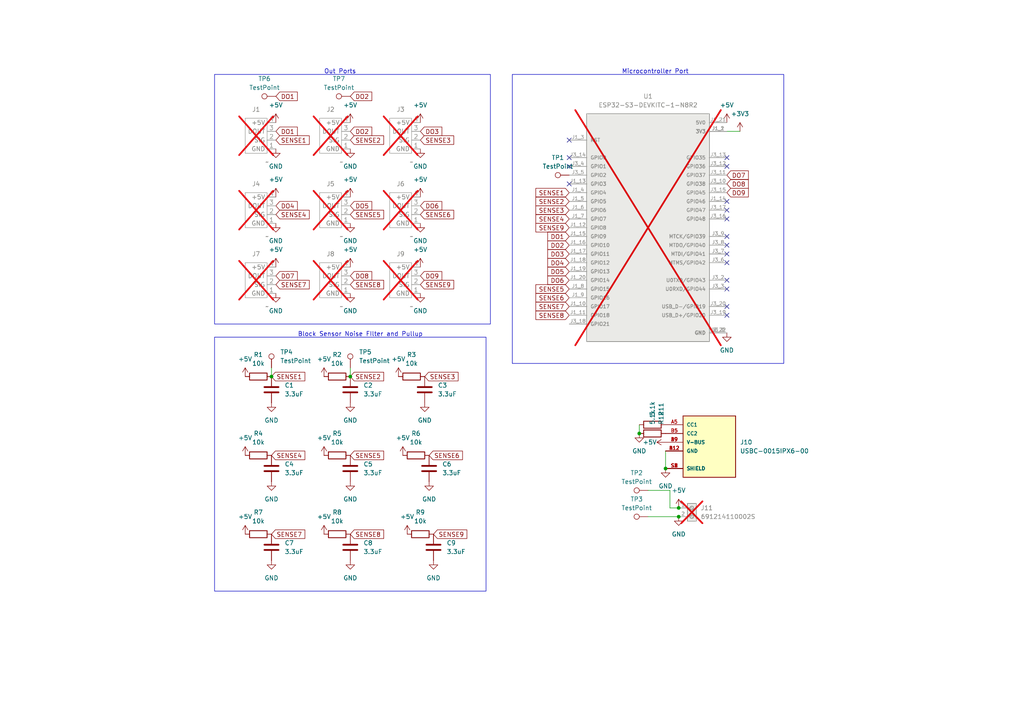
<source format=kicad_sch>
(kicad_sch (version 20231120) (generator "eeschema") (generator_version "8.0")
  (paper "A4")
  (title_block (title "Block Party Main Board") (date "2024-02-10") (rev "1.0") (company "Block Party"))
  (lib_symbols
    (symbol "691214110002S:691214110002S" (pin_names (offset 1.016))
      (property "Reference" "J" (at -4.88 -0.922 0))
      (property "Value" "691214110002S" (at -4.83 -2.58 0))
      (symbol "691214110002S_0_0"
        (rectangle (start -3.81 -2.54) (end 1.27 0) (stroke (width 0.254)) (fill (type background)))
        (circle (center -2.54 -1.27) (radius 0.508) (stroke (width 0.254)))
        (circle (center 0 -1.27) (radius 0.508) (stroke (width 0.254)))
        (polyline (pts (xy -2.54 -1.778) (xy -2.54 -2.54)) (stroke (width 0.254)))
        (polyline (pts (xy -2.286 -1.016) (xy -2.794 -1.524)) (stroke (width 0.1524)))
        (polyline (pts (xy 0 -1.778) (xy 0 -2.54)) (stroke (width 0.254)))
        (polyline (pts (xy 0.254 -1.016) (xy -0.254 -1.524)) (stroke (width 0.1524)))
        (pin passive line (at -2.54 -5.08 90) (length 2.54) (name "~") (number "1"))
        (pin passive line (at 0 -5.08 90) (length 2.54) (name "~") (number "2"))
      )
    )
    (symbol "Connector:TestPoint" (pin_numbers hide) (pin_names (offset 0.762) hide)
      (property "Reference" "TP" (at 0 6.858 0))
      (property "Value" "TestPoint" (at 0 5.08 0))
      (symbol "TestPoint_0_1"
        (circle (center 0 3.302) (radius 0.762))
      )
      (symbol "TestPoint_1_1"
        (pin passive line (at 0 0 90) (length 2.54) (name "1") (number "1"))
      )
    )
    (symbol "Device:C" (pin_numbers hide) (pin_names (offset 0.254))
      (property "Reference" "C" (at 0.635 2.54 0))
      (property "Value" "C" (at 0.635 -2.54 0))
      (symbol "C_0_1"
        (polyline (pts (xy -2.032 -0.762) (xy 2.032 -0.762)) (stroke (width 0.508)))
        (polyline (pts (xy -2.032 0.762) (xy 2.032 0.762)) (stroke (width 0.508)))
      )
      (symbol "C_1_1"
        (pin passive line (at 0 3.81 270) (length 2.794) (name "~") (number "1"))
        (pin passive line (at 0 -3.81 90) (length 2.794) (name "~") (number "2"))
      )
    )
    (symbol "Device:R" (pin_numbers hide) (pin_names (offset 0))
      (property "Reference" "R" (at 2.032 0 90))
      (property "Value" "R" (at 0 0 90))
      (symbol "R_0_1"
        (rectangle (start -1.016 -2.54) (end 1.016 2.54) (stroke (width 0.254)))
      )
      (symbol "R_1_1"
        (pin passive line (at 0 3.81 270) (length 1.27) (name "~") (number "1"))
        (pin passive line (at 0 -3.81 90) (length 1.27) (name "~") (number "2"))
      )
    )
    (symbol "ESP32-S3-DEVKITC-1-N8R2:ESP32-S3-DEVKITC-1-N8R2" (pin_names (offset 1.016))
      (property "Reference" "U" (at -17.78 35.56 0))
      (property "Value" "ESP32-S3-DEVKITC-1-N8R2" (at -17.78 -35.56 0))
      (symbol "ESP32-S3-DEVKITC-1-N8R2_0_0"
        (rectangle (start -17.78 -33.02) (end 17.78 33.02) (stroke (width 0.254)) (fill (type background)))
        (pin power_in line (at 22.86 27.94 180) (length 5.08) (name "3V3") (number "J1_1"))
        (pin bidirectional line (at -22.86 -22.86 0) (length 5.08) (name "GPIO17") (number "J1_10"))
        (pin bidirectional line (at -22.86 -25.4 0) (length 5.08) (name "GPIO18") (number "J1_11"))
        (pin bidirectional line (at -22.86 0 0) (length 5.08) (name "GPIO8") (number "J1_12"))
        (pin bidirectional line (at -22.86 12.7 0) (length 5.08) (name "GPIO3") (number "J1_13"))
        (pin bidirectional line (at 22.86 7.62 180) (length 5.08) (name "GPIO46") (number "J1_14"))
        (pin bidirectional line (at -22.86 -2.54 0) (length 5.08) (name "GPIO9") (number "J1_15"))
        (pin bidirectional line (at -22.86 -5.08 0) (length 5.08) (name "GPIO10") (number "J1_16"))
        (pin bidirectional line (at -22.86 -7.62 0) (length 5.08) (name "GPIO11") (number "J1_17"))
        (pin bidirectional line (at -22.86 -10.16 0) (length 5.08) (name "GPIO12") (number "J1_18"))
        (pin bidirectional line (at -22.86 -12.7 0) (length 5.08) (name "GPIO13") (number "J1_19"))
        (pin power_in line (at 22.86 27.94 180) (length 5.08) (name "3V3") (number "J1_2"))
        (pin bidirectional line (at -22.86 -15.24 0) (length 5.08) (name "GPIO14") (number "J1_20"))
        (pin power_in line (at 22.86 30.48 180) (length 5.08) (name "5V0") (number "J1_21"))
        (pin power_in line (at 22.86 -30.48 180) (length 5.08) (name "GND") (number "J1_22"))
        (pin input line (at -22.86 25.4 0) (length 5.08) (name "RST") (number "J1_3"))
        (pin bidirectional line (at -22.86 10.16 0) (length 5.08) (name "GPIO4") (number "J1_4"))
        (pin bidirectional line (at -22.86 7.62 0) (length 5.08) (name "GPIO5") (number "J1_5"))
        (pin bidirectional line (at -22.86 5.08 0) (length 5.08) (name "GPIO6") (number "J1_6"))
        (pin bidirectional line (at -22.86 2.54 0) (length 5.08) (name "GPIO7") (number "J1_7"))
        (pin bidirectional line (at -22.86 -17.78 0) (length 5.08) (name "GPIO15") (number "J1_8"))
        (pin bidirectional line (at -22.86 -20.32 0) (length 5.08) (name "GPIO16") (number "J1_9"))
        (pin power_in line (at 22.86 -30.48 180) (length 5.08) (name "GND") (number "J3_1"))
        (pin bidirectional line (at 22.86 12.7 180) (length 5.08) (name "GPIO38") (number "J3_10"))
        (pin bidirectional line (at 22.86 15.24 180) (length 5.08) (name "GPIO37") (number "J3_11"))
        (pin bidirectional line (at 22.86 17.78 180) (length 5.08) (name "GPIO36") (number "J3_12"))
        (pin bidirectional line (at 22.86 20.32 180) (length 5.08) (name "GPIO35") (number "J3_13"))
        (pin bidirectional line (at -22.86 20.32 0) (length 5.08) (name "GPIO0") (number "J3_14"))
        (pin bidirectional line (at 22.86 10.16 180) (length 5.08) (name "GPIO45") (number "J3_15"))
        (pin bidirectional line (at 22.86 2.54 180) (length 5.08) (name "GPIO48") (number "J3_16"))
        (pin bidirectional line (at 22.86 5.08 180) (length 5.08) (name "GPIO47") (number "J3_17"))
        (pin bidirectional line (at -22.86 -27.94 0) (length 5.08) (name "GPIO21") (number "J3_18"))
        (pin bidirectional line (at 22.86 -25.4 180) (length 5.08) (name "USB_D+/GPIO20") (number "J3_19"))
        (pin bidirectional line (at 22.86 -15.24 180) (length 5.08) (name "U0TXD/GPIO43") (number "J3_2"))
        (pin bidirectional line (at 22.86 -22.86 180) (length 5.08) (name "USB_D-/GPIO19") (number "J3_20"))
        (pin power_in line (at 22.86 -30.48 180) (length 5.08) (name "GND") (number "J3_21"))
        (pin power_in line (at 22.86 -30.48 180) (length 5.08) (name "GND") (number "J3_22"))
        (pin bidirectional line (at 22.86 -17.78 180) (length 5.08) (name "U0RXD/GPIO44") (number "J3_3"))
        (pin bidirectional line (at -22.86 17.78 0) (length 5.08) (name "GPIO1") (number "J3_4"))
        (pin bidirectional line (at -22.86 15.24 0) (length 5.08) (name "GPIO2") (number "J3_5"))
        (pin bidirectional line (at 22.86 -10.16 180) (length 5.08) (name "MTMS/GPIO42") (number "J3_6"))
        (pin bidirectional line (at 22.86 -7.62 180) (length 5.08) (name "MTDI/GPIO41") (number "J3_7"))
        (pin bidirectional line (at 22.86 -5.08 180) (length 5.08) (name "MTDO/GPIO40") (number "J3_8"))
        (pin bidirectional line (at 22.86 -2.54 180) (length 5.08) (name "MTCK/GPIO39") (number "J3_9"))
      )
    )
    (symbol "Quinn_lib:Top_Block"
      (property "Reference" "J" (at 0 0 0))
      (symbol "Top_Block_0_1"
        (rectangle (start 0 -2.54) (end 6.35 -12.7))
      )
      (symbol "Top_Block_1_1"
        (pin power_out line (at -2.54 -3.81 0) (length 2.54) (name "GND") (number "1"))
        (pin input line (at -2.54 -6.35 0) (length 2.54) (name "SIG") (number "2"))
        (pin output line (at -2.54 -8.89 0) (length 2.54) (name "DOUT") (number "3"))
        (pin power_out line (at -2.54 -11.43 0) (length 2.54) (name "+5V") (number "4"))
      )
    )
    (symbol "UJC-HP-3-SMT-TR:UJC-HP-3-SMT-TR" (pin_names (offset 1.016))
      (property "Reference" "J" (at -7.62 8.89 0))
      (property "Value" "UJC-HP-3-SMT-TR" (at -7.62 -11.43 0))
      (symbol "UJC-HP-3-SMT-TR_0_0"
        (rectangle (start -7.62 -10.16) (end 7.62 7.62) (stroke (width 0.254)) (fill (type background)))
        (pin power_in line (at -12.7 -2.54 0) (length 5.08) (name "GND") (number "A12"))
        (pin bidirectional line (at -12.7 5.08 0) (length 5.08) (name "CC1") (number "A5"))
        (pin power_in line (at -12.7 0 0) (length 5.08) (name "V-BUS") (number "A9"))
        (pin power_in line (at -12.7 -2.54 0) (length 5.08) (name "GND") (number "B12"))
        (pin bidirectional line (at -12.7 2.54 0) (length 5.08) (name "CC2") (number "B5"))
        (pin power_in line (at -12.7 0 0) (length 5.08) (name "V-BUS") (number "B9"))
        (pin passive line (at -12.7 -7.62 0) (length 5.08) (name "SHIELD") (number "S1"))
        (pin passive line (at -12.7 -7.62 0) (length 5.08) (name "SHIELD") (number "S2"))
        (pin passive line (at -12.7 -7.62 0) (length 5.08) (name "SHIELD") (number "S3"))
        (pin passive line (at -12.7 -7.62 0) (length 5.08) (name "SHIELD") (number "S4"))
      )
    )
    (symbol "power:+3V3" (power) (pin_names (offset 0))
      (property "Value" "+3V3" (at 0 3.556 0))
      (symbol "+3V3_0_1"
        (polyline (pts (xy -0.762 1.27) (xy 0 2.54)))
        (polyline (pts (xy 0 0) (xy 0 2.54)))
        (polyline (pts (xy 0 2.54) (xy 0.762 1.27)))
      )
      (symbol "+3V3_1_1"
        (pin power_in line (at 0 0 90) (length 0) hide (name "+3V3") (number "1"))
      )
    )
    (symbol "power:+5V" (power) (pin_names (offset 0))
      (property "Value" "+5V" (at 0 3.556 0))
      (symbol "+5V_0_1"
        (polyline (pts (xy -0.762 1.27) (xy 0 2.54)))
        (polyline (pts (xy 0 0) (xy 0 2.54)))
        (polyline (pts (xy 0 2.54) (xy 0.762 1.27)))
      )
      (symbol "+5V_1_1"
        (pin power_in line (at 0 0 90) (length 0) hide (name "+5V") (number "1"))
      )
    )
    (symbol "power:GND" (power) (pin_names (offset 0))
      (property "Value" "GND" (at 0 -3.81 0))
      (symbol "GND_0_1"
        (polyline (pts (xy 0 0) (xy 0 -1.27) (xy 1.27 -1.27) (xy 0 -2.54) (xy -1.27 -1.27) (xy 0 -1.27)))
      )
      (symbol "GND_1_1"
        (pin power_in line (at 0 0 270) (length 0) hide (name "GND") (number "1"))
      )
    )
  )
  (junction (at 193.04 135.89))
  (junction (at 196.85 147.32))
  (junction (at 185.42 125.73))
  (junction (at 101.6 109.22))
  (junction (at 78.74 109.22))
  (junction (at 196.85 149.86))
  (no_connect (at 210.82 83.82))
  (no_connect (at 210.82 81.28))
  (no_connect (at 210.82 63.5))
  (no_connect (at 210.82 71.12))
  (no_connect (at 165.1 45.72))
  (no_connect (at 210.82 88.9))
  (no_connect (at 210.82 68.58))
  (no_connect (at 165.1 53.34))
  (no_connect (at 210.82 91.44))
  (no_connect (at 210.82 48.26))
  (no_connect (at 210.82 45.72))
  (no_connect (at 165.1 40.64))
  (no_connect (at 210.82 73.66))
  (no_connect (at 210.82 76.2))
  (no_connect (at 210.82 58.42))
  (no_connect (at 165.1 48.26))
  (no_connect (at 210.82 60.96))
  (wire (pts (xy 194.31 142.24) (xy 194.31 147.32)))
  (wire (pts (xy 187.96 149.86) (xy 196.85 149.86)))
  (wire (pts (xy 187.96 142.24) (xy 194.31 142.24)))
  (wire (pts (xy 210.82 38.1) (xy 214.63 38.1)))
  (wire (pts (xy 101.6 106.68) (xy 101.6 109.22)))
  (wire (pts (xy 185.42 123.19) (xy 185.42 125.73)))
  (wire (pts (xy 193.04 130.81) (xy 193.04 135.89)))
  (wire (pts (xy 194.31 147.32) (xy 196.85 147.32)))
  (wire (pts (xy 78.74 106.68) (xy 78.74 109.22)))
  (rectangle (start 62.23 97.79) (end 140.97 171.45))
  (rectangle (start 62.23 21.59) (end 142.24 93.98))
  (rectangle (start 148.59 21.59) (end 227.33 105.41))
  (text "Out Ports" (at 93.98 21.59 0) (effects (font (size 1.27 1.27)) (justify left bottom)))
  (text "Microcontroller Port" (at 180.34 21.59 0) (effects (font (size 1.27 1.27)) (justify left bottom)))
  (text "Block Sensor Noise FIlter and Pullup" (at 86.36 97.79 0) (effects (font (size 1.27 1.27)) (justify left bottom)))
  (global_label "SENSE6" (shape input) (at 121.92 62.23 0) (property "Intersheetrefs" "${INTERSHEET_REFS}" (effects (hide yes))))
  (global_label "SENSE9" (shape input) (at 125.73 154.94 0) (property "Intersheetrefs" "${INTERSHEET_REFS}" (effects (hide yes))))
  (global_label "DO5" (shape input) (at 165.1 78.74 180) (property "Intersheetrefs" "${INTERSHEET_REFS}" (effects (hide yes))))
  (global_label "SENSE2" (shape input) (at 101.6 109.22 0) (property "Intersheetrefs" "${INTERSHEET_REFS}" (effects (hide yes))))
  (global_label "SENSE7" (shape input) (at 78.74 154.94 0) (property "Intersheetrefs" "${INTERSHEET_REFS}" (effects (hide yes))))
  (global_label "SENSE6" (shape input) (at 165.1 86.36 180) (property "Intersheetrefs" "${INTERSHEET_REFS}" (effects (hide yes))))
  (global_label "SENSE6" (shape input) (at 124.46 132.08 0) (property "Intersheetrefs" "${INTERSHEET_REFS}" (effects (hide yes))))
  (global_label "DO1" (shape input) (at 80.01 27.94 0) (property "Intersheetrefs" "${INTERSHEET_REFS}" (effects (hide yes))))
  (global_label "SENSE7" (shape input) (at 80.01 82.55 0) (property "Intersheetrefs" "${INTERSHEET_REFS}" (effects (hide yes))))
  (global_label "DO2" (shape input) (at 101.6 27.94 0) (property "Intersheetrefs" "${INTERSHEET_REFS}" (effects (hide yes))))
  (global_label "SENSE1" (shape input) (at 78.74 109.22 0) (property "Intersheetrefs" "${INTERSHEET_REFS}" (effects (hide yes))))
  (global_label "SENSE1" (shape input) (at 80.01 40.64 0) (property "Intersheetrefs" "${INTERSHEET_REFS}" (effects (hide yes))))
  (global_label "SENSE2" (shape input) (at 165.1 58.42 180) (property "Intersheetrefs" "${INTERSHEET_REFS}" (effects (hide yes))))
  (global_label "DO9" (shape input) (at 121.92 80.01 0) (property "Intersheetrefs" "${INTERSHEET_REFS}" (effects (hide yes))))
  (global_label "SENSE4" (shape input) (at 80.01 62.23 0) (property "Intersheetrefs" "${INTERSHEET_REFS}" (effects (hide yes))))
  (global_label "DO7" (shape input) (at 80.01 80.01 0) (property "Intersheetrefs" "${INTERSHEET_REFS}" (effects (hide yes))))
  (global_label "DO3" (shape input) (at 121.92 38.1 0) (property "Intersheetrefs" "${INTERSHEET_REFS}" (effects (hide yes))))
  (global_label "DO4" (shape input) (at 165.1 76.2 180) (property "Intersheetrefs" "${INTERSHEET_REFS}" (effects (hide yes))))
  (global_label "SENSE3" (shape input) (at 123.19 109.22 0) (property "Intersheetrefs" "${INTERSHEET_REFS}" (effects (hide yes))))
  (global_label "DO9" (shape input) (at 210.82 55.88 0) (property "Intersheetrefs" "${INTERSHEET_REFS}" (effects (hide yes))))
  (global_label "SENSE2" (shape input) (at 101.6 40.64 0) (property "Intersheetrefs" "${INTERSHEET_REFS}" (effects (hide yes))))
  (global_label "DO7" (shape input) (at 210.82 50.8 0) (property "Intersheetrefs" "${INTERSHEET_REFS}" (effects (hide yes))))
  (global_label "SENSE4" (shape input) (at 78.74 132.08 0) (property "Intersheetrefs" "${INTERSHEET_REFS}" (effects (hide yes))))
  (global_label "SENSE7" (shape input) (at 165.1 88.9 180) (property "Intersheetrefs" "${INTERSHEET_REFS}" (effects (hide yes))))
  (global_label "DO6" (shape input) (at 121.92 59.69 0) (property "Intersheetrefs" "${INTERSHEET_REFS}" (effects (hide yes))))
  (global_label "SENSE8" (shape input) (at 165.1 91.44 180) (property "Intersheetrefs" "${INTERSHEET_REFS}" (effects (hide yes))))
  (global_label "DO2" (shape input) (at 165.1 71.12 180) (property "Intersheetrefs" "${INTERSHEET_REFS}" (effects (hide yes))))
  (global_label "DO1" (shape input) (at 80.01 38.1 0) (property "Intersheetrefs" "${INTERSHEET_REFS}" (effects (hide yes))))
  (global_label "SENSE5" (shape input) (at 101.6 132.08 0) (property "Intersheetrefs" "${INTERSHEET_REFS}" (effects (hide yes))))
  (global_label "DO1" (shape input) (at 165.1 68.58 180) (property "Intersheetrefs" "${INTERSHEET_REFS}" (effects (hide yes))))
  (global_label "DO3" (shape input) (at 165.1 73.66 180) (property "Intersheetrefs" "${INTERSHEET_REFS}" (effects (hide yes))))
  (global_label "DO8" (shape input) (at 210.82 53.34 0) (property "Intersheetrefs" "${INTERSHEET_REFS}" (effects (hide yes))))
  (global_label "DO6" (shape input) (at 165.1 81.28 180) (property "Intersheetrefs" "${INTERSHEET_REFS}" (effects (hide yes))))
  (global_label "SENSE1" (shape input) (at 165.1 55.88 180) (property "Intersheetrefs" "${INTERSHEET_REFS}" (effects (hide yes))))
  (global_label "SENSE9" (shape input) (at 121.92 82.55 0) (property "Intersheetrefs" "${INTERSHEET_REFS}" (effects (hide yes))))
  (global_label "SENSE5" (shape input) (at 165.1 83.82 180) (property "Intersheetrefs" "${INTERSHEET_REFS}" (effects (hide yes))))
  (global_label "DO4" (shape input) (at 80.01 59.69 0) (property "Intersheetrefs" "${INTERSHEET_REFS}" (effects (hide yes))))
  (global_label "SENSE8" (shape input) (at 101.6 82.55 0) (property "Intersheetrefs" "${INTERSHEET_REFS}" (effects (hide yes))))
  (global_label "SENSE8" (shape input) (at 101.6 154.94 0) (property "Intersheetrefs" "${INTERSHEET_REFS}" (effects (hide yes))))
  (global_label "SENSE3" (shape input) (at 165.1 60.96 180) (property "Intersheetrefs" "${INTERSHEET_REFS}" (effects (hide yes))))
  (global_label "SENSE4" (shape input) (at 165.1 63.5 180) (property "Intersheetrefs" "${INTERSHEET_REFS}" (effects (hide yes))))
  (global_label "SENSE9" (shape input) (at 165.1 66.04 180) (property "Intersheetrefs" "${INTERSHEET_REFS}" (effects (hide yes))))
  (global_label "DO5" (shape input) (at 101.6 59.69 0) (property "Intersheetrefs" "${INTERSHEET_REFS}" (effects (hide yes))))
  (global_label "SENSE5" (shape input) (at 101.6 62.23 0) (property "Intersheetrefs" "${INTERSHEET_REFS}" (effects (hide yes))))
  (global_label "DO2" (shape input) (at 101.6 38.1 0) (property "Intersheetrefs" "${INTERSHEET_REFS}" (effects (hide yes))))
  (global_label "DO8" (shape input) (at 101.6 80.01 0) (property "Intersheetrefs" "${INTERSHEET_REFS}" (effects (hide yes))))
  (global_label "SENSE3" (shape input) (at 121.92 40.64 0) (property "Intersheetrefs" "${INTERSHEET_REFS}" (effects (hide yes))))
  (symbol (lib_id "power:GND") (at 101.6 139.7 0) (unit 1)
    (property "Reference" "#PWR031" (effects (hide yes)))
    (property "Value" "GND" (at 101.6 144.78 0))
  )
  (symbol (lib_id "Connector:TestPoint") (at 101.6 106.68 0) (unit 1)
    (property "Reference" "TP5" (at 104.14 102.1079 0) (effects (justify left)))
    (property "Value" "TestPoint" (at 104.14 104.6479 0) (effects (justify left)))
    (property "Footprint" "TestPoint:TestPoint_Pad_D2.0mm" (effects (hide yes)))
    (property "Description" "test point" (effects (hide yes)))
  )
  (symbol (lib_id "UJC-HP-3-SMT-TR:UJC-HP-3-SMT-TR") (at 205.74 128.27 0) (unit 1)
    (property "Reference" "J10" (at 214.63 128.27 0) (effects (justify left)))
    (property "Value" "USBC-0015IPX6-00" (at 214.63 130.81 0) (effects (justify left)))
    (property "Footprint" "Quinn_lib:USB_C-0015IPX6-00" (effects (hide yes)))
    (property "Description" "Type C, 20 Vdc, 3 A, Right Angle, Surface Mount, Black Insulator, Power-Only USB Receptacle" (effects (hide yes)))
    (property "MF" "CUI Devices" (effects (hide yes)))
    (property "MAXIMUM_PACKAGE_HEIGHT" "3.16mm" (effects (hide yes)))
    (property "Package" "Package" (effects (hide yes)))
    (property "Price" "None" (effects (hide yes)))
    (property "Check_prices" "https://www.snapeda.com/parts/UJC-HP-3-SMT-TR/CUI+Devices/view-part/?ref=eda" (effects (hide yes)))
    (property "STANDARD" "Manufacturer recommendations" (effects (hide yes)))
    (property "PARTREV" "04/30/2020" (effects (hide yes)))
    (property "SnapEDA_Link" "https://www.snapeda.com/parts/UJC-HP-3-SMT-TR/CUI+Devices/view-part/?ref=snap" (effects (hide yes)))
    (property "MP" "UJC-HP-3-SMT-TR" (effects (hide yes)))
    (property "Purchase-URL" "https://www.snapeda.com/api/url_track_click_mouser/?unipart_id=4722774&manufacturer=CUI Devices&part_name=UJC-HP-3-SMT-TR&search_term=usb c" (effects (hide yes)))
    (property "CUI_purchase_URL" "https://www.cuidevices.com/product/interconnect/connectors/usb-connectors/ujc-hp-3-smt-tr?utm_source=snapeda.com&utm_medium=referral&utm_campaign=snapedaBOM" (effects (hide yes)))
    (property "Availability" "In Stock" (effects (hide yes)))
    (property "MANUFACTURER" "SHOU HAN" (effects (hide yes)))
    (property "PART-NUMBER" "USBC-0015IPX6-00" (effects (hide yes)))
  )
  (symbol (lib_id "power:+5V") (at 121.92 57.15 0) (unit 1)
    (property "Reference" "#PWR014" (effects (hide yes)))
    (property "Value" "+5V" (at 121.92 52.07 0))
  )
  (symbol (lib_id "Device:R") (at 189.23 123.19 270) (unit 1)
    (property "Reference" "R11" (at 191.77 120.65 0) (effects (justify right)))
    (property "Value" "5.1k" (at 189.23 120.65 0) (effects (justify right)))
    (property "Footprint" "Resistor_SMD:R_0805_2012Metric" (effects (hide yes)))
    (property "MANUFACTURER" "BOURNS" (effects (hide yes)))
    (property "PART-NUMBER" "CR0805-FX-5101ELF" (effects (hide yes)))
  )
  (symbol (lib_id "power:GND") (at 80.01 64.77 0) (unit 1)
    (property "Reference" "#PWR011" (effects (hide yes)))
    (property "Value" "GND" (at 80.01 69.85 0))
  )
  (symbol (lib_id "Device:R") (at 74.93 109.22 90) (unit 1)
    (property "Reference" "R1" (at 74.93 102.87 90))
    (property "Value" "10k" (at 74.93 105.41 90))
    (property "Footprint" "Resistor_SMD:R_0805_2012Metric" (effects (hide yes)))
    (property "MANUFACTURER" "Viking Tech" (effects (hide yes)))
    (property "PART-NUMBER" "AR05DTD1002" (effects (hide yes)))
  )
  (symbol (lib_id "Quinn_lib:Top_Block") (at 77.47 46.99 180) (unit 1) (in_bom no) (dnp yes)
    (property "Reference" "J1" (at 74.295 31.75 0))
    (property "Value" "~" (at 77.47 46.99 0))
    (property "Footprint" "Quinn_lib:Top Block Connector" (effects (hide yes)))
  )
  (symbol (lib_id "power:+5V") (at 80.01 35.56 0) (unit 1)
    (property "Reference" "#PWR04" (effects (hide yes)))
    (property "Value" "+5V" (at 80.01 30.48 0))
  )
  (symbol (lib_id "power:+5V") (at 210.82 35.56 0) (unit 1)
    (property "Reference" "#PWR02" (effects (hide yes)))
    (property "Value" "+5V" (at 210.82 30.48 0))
  )
  (symbol (lib_id "power:+5V") (at 93.98 132.08 0) (unit 1)
    (property "Reference" "#PWR030" (effects (hide yes)))
    (property "Value" "+5V" (at 93.98 127 0))
  )
  (symbol (lib_id "Device:R") (at 97.79 154.94 90) (unit 1)
    (property "Reference" "R8" (at 97.79 148.59 90))
    (property "Value" "10k" (at 97.79 151.13 90))
    (property "Footprint" "Resistor_SMD:R_0805_2012Metric" (effects (hide yes)))
    (property "MANUFACTURER" "Viking Tech" (effects (hide yes)))
    (property "PART-NUMBER" "AR05DTD1002" (effects (hide yes)))
  )
  (symbol (lib_id "power:+5V") (at 101.6 35.56 0) (unit 1)
    (property "Reference" "#PWR06" (effects (hide yes)))
    (property "Value" "+5V" (at 101.6 30.48 0))
  )
  (symbol (lib_id "power:+5V") (at 80.01 77.47 0) (unit 1)
    (property "Reference" "#PWR016" (effects (hide yes)))
    (property "Value" "+5V" (at 80.01 72.39 0))
  )
  (symbol (lib_id "Quinn_lib:Top_Block") (at 99.06 46.99 180) (unit 1) (in_bom no) (dnp yes)
    (property "Reference" "J2" (at 95.885 31.75 0))
    (property "Value" "~" (at 99.06 46.99 0))
    (property "Footprint" "Quinn_lib:Top Block Connector" (effects (hide yes)))
  )
  (symbol (lib_id "power:+5V") (at 93.98 109.22 0) (unit 1)
    (property "Reference" "#PWR024" (effects (hide yes)))
    (property "Value" "+5V" (at 93.98 104.14 0))
  )
  (symbol (lib_id "power:+5V") (at 116.84 132.08 0) (unit 1)
    (property "Reference" "#PWR032" (effects (hide yes)))
    (property "Value" "+5V" (at 116.84 127 0))
  )
  (symbol (lib_id "Device:R") (at 74.93 154.94 90) (unit 1)
    (property "Reference" "R7" (at 74.93 148.59 90))
    (property "Value" "10k" (at 74.93 151.13 90))
    (property "Footprint" "Resistor_SMD:R_0805_2012Metric" (effects (hide yes)))
    (property "MANUFACTURER" "Viking Tech" (effects (hide yes)))
    (property "PART-NUMBER" "AR05DTD1002" (effects (hide yes)))
  )
  (symbol (lib_id "power:GND") (at 121.92 85.09 0) (unit 1)
    (property "Reference" "#PWR021" (effects (hide yes)))
    (property "Value" "GND" (at 121.92 90.17 0))
  )
  (symbol (lib_id "Quinn_lib:Top_Block") (at 119.38 88.9 180) (unit 1) (in_bom no) (dnp yes)
    (property "Reference" "J9" (at 116.205 73.66 0))
    (property "Value" "~" (at 119.38 88.9 0))
    (property "Footprint" "Quinn_lib:Top Block Connector" (effects (hide yes)))
  )
  (symbol (lib_id "Device:C") (at 123.19 113.03 180) (unit 1)
    (property "Reference" "C3" (at 127 111.76 0) (effects (justify right)))
    (property "Value" "3.3uF" (at 127 114.3 0) (effects (justify right)))
    (property "Footprint" "Capacitor_SMD:C_0805_2012Metric" (effects (hide yes)))
    (property "MANUFACTURER" "Samwha Capacitor" (effects (hide yes)))
    (property "PART-NUMBER" "CS2012X5R475K500NRE" (effects (hide yes)))
  )
  (symbol (lib_id "power:GND") (at 101.6 116.84 0) (unit 1)
    (property "Reference" "#PWR025" (effects (hide yes)))
    (property "Value" "GND" (at 101.6 121.92 0))
  )
  (symbol (lib_id "power:+5V") (at 80.01 57.15 0) (unit 1)
    (property "Reference" "#PWR010" (effects (hide yes)))
    (property "Value" "+5V" (at 80.01 52.07 0))
  )
  (symbol (lib_id "Quinn_lib:Top_Block") (at 77.47 88.9 180) (unit 1) (in_bom no) (dnp yes)
    (property "Reference" "J7" (at 74.295 73.66 0))
    (property "Value" "~" (at 77.47 88.9 0))
    (property "Footprint" "Quinn_lib:Top Block Connector" (effects (hide yes)))
  )
  (symbol (lib_id "Device:C") (at 124.46 135.89 180) (unit 1)
    (property "Reference" "C6" (at 128.27 134.62 0) (effects (justify right)))
    (property "Value" "3.3uF" (at 128.27 137.16 0) (effects (justify right)))
    (property "Footprint" "Capacitor_SMD:C_0805_2012Metric" (effects (hide yes)))
    (property "MANUFACTURER" "Samwha Capacitor" (effects (hide yes)))
    (property "PART-NUMBER" "CS2012X5R475K500NRE" (effects (hide yes)))
  )
  (symbol (lib_id "power:+5V") (at 71.12 154.94 0) (unit 1)
    (property "Reference" "#PWR034" (effects (hide yes)))
    (property "Value" "+5V" (at 71.12 149.86 0))
  )
  (symbol (lib_id "Quinn_lib:Top_Block") (at 77.47 68.58 180) (unit 1) (in_bom no) (dnp yes)
    (property "Reference" "J4" (at 74.295 53.34 0))
    (property "Value" "~" (at 77.47 68.58 0))
    (property "Footprint" "Quinn_lib:Top Block Connector" (effects (hide yes)))
  )
  (symbol (lib_id "power:+5V") (at 193.04 128.27 90) (unit 1)
    (property "Reference" "#PWR041" (effects (hide yes)))
    (property "Value" "+5V" (at 190.5 128.27 90) (effects (justify left)))
  )
  (symbol (lib_id "Device:R") (at 189.23 125.73 270) (unit 1)
    (property "Reference" "R12" (at 191.77 123.19 0) (effects (justify right)))
    (property "Value" "5.1k" (at 189.23 123.19 0) (effects (justify right)))
    (property "Footprint" "Resistor_SMD:R_0805_2012Metric" (effects (hide yes)))
    (property "MANUFACTURER" "BOURNS" (effects (hide yes)))
    (property "PART-NUMBER" "CR0805-FX-5101ELF" (effects (hide yes)))
  )
  (symbol (lib_id "power:GND") (at 121.92 43.18 0) (unit 1)
    (property "Reference" "#PWR09" (effects (hide yes)))
    (property "Value" "GND" (at 121.92 48.26 0))
  )
  (symbol (lib_id "power:GND") (at 80.01 43.18 0) (unit 1)
    (property "Reference" "#PWR05" (effects (hide yes)))
    (property "Value" "GND" (at 80.01 48.26 0))
  )
  (symbol (lib_id "power:+3V3") (at 214.63 38.1 0) (mirror y) (unit 1)
    (property "Reference" "#PWR03" (effects (hide yes)))
    (property "Value" "+3V3" (at 214.63 33.02 0))
  )
  (symbol (lib_id "Quinn_lib:Top_Block") (at 99.06 88.9 180) (unit 1) (in_bom no) (dnp yes)
    (property "Reference" "J8" (at 95.885 73.66 0))
    (property "Value" "~" (at 99.06 88.9 0))
    (property "Footprint" "Quinn_lib:Top Block Connector" (effects (hide yes)))
  )
  (symbol (lib_id "Quinn_lib:Top_Block") (at 119.38 46.99 180) (unit 1) (in_bom no) (dnp yes)
    (property "Reference" "J3" (at 116.205 31.75 0))
    (property "Value" "~" (at 119.38 46.99 0))
    (property "Footprint" "Quinn_lib:Top Block Connector" (effects (hide yes)))
  )
  (symbol (lib_id "Connector:TestPoint") (at 187.96 142.24 90) (unit 1)
    (property "Reference" "TP2" (at 184.658 137.16 90))
    (property "Value" "TestPoint" (at 184.658 139.7 90))
    (property "Footprint" "TestPoint:TestPoint_Pad_D2.0mm" (effects (hide yes)))
    (property "Description" "test point" (effects (hide yes)))
  )
  (symbol (lib_id "Device:C") (at 78.74 113.03 180) (unit 1)
    (property "Reference" "C1" (at 82.55 111.76 0) (effects (justify right)))
    (property "Value" "3.3uF" (at 82.55 114.3 0) (effects (justify right)))
    (property "Footprint" "Capacitor_SMD:C_0805_2012Metric" (effects (hide yes)))
    (property "MANUFACTURER" "Samwha Capacitor" (effects (hide yes)))
    (property "PART-NUMBER" "CS2012X5R475K500NRE" (effects (hide yes)))
  )
  (symbol (lib_id "power:+5V") (at 101.6 77.47 0) (unit 1)
    (property "Reference" "#PWR018" (effects (hide yes)))
    (property "Value" "+5V" (at 101.6 72.39 0))
  )
  (symbol (lib_id "power:GND") (at 101.6 43.18 0) (unit 1)
    (property "Reference" "#PWR07" (effects (hide yes)))
    (property "Value" "GND" (at 101.6 48.26 0))
  )
  (symbol (lib_id "power:GND") (at 125.73 162.56 0) (unit 1)
    (property "Reference" "#PWR039" (effects (hide yes)))
    (property "Value" "GND" (at 125.73 167.64 0))
  )
  (symbol (lib_id "Device:R") (at 74.93 132.08 90) (unit 1)
    (property "Reference" "R4" (at 74.93 125.73 90))
    (property "Value" "10k" (at 74.93 128.27 90))
    (property "Footprint" "Resistor_SMD:R_0805_2012Metric" (effects (hide yes)))
    (property "MANUFACTURER" "Viking Tech" (effects (hide yes)))
    (property "PART-NUMBER" "AR05DTD1002" (effects (hide yes)))
  )
  (symbol (lib_id "power:+5V") (at 71.12 109.22 0) (unit 1)
    (property "Reference" "#PWR022" (effects (hide yes)))
    (property "Value" "+5V" (at 71.12 104.14 0))
  )
  (symbol (lib_id "Device:R") (at 97.79 109.22 90) (unit 1)
    (property "Reference" "R2" (at 97.79 102.87 90))
    (property "Value" "10k" (at 97.79 105.41 90))
    (property "Footprint" "Resistor_SMD:R_0805_2012Metric" (effects (hide yes)))
    (property "MANUFACTURER" "Viking Tech" (effects (hide yes)))
    (property "PART-NUMBER" "AR05DTD1002" (effects (hide yes)))
  )
  (symbol (lib_id "power:+5V") (at 101.6 57.15 0) (unit 1)
    (property "Reference" "#PWR012" (effects (hide yes)))
    (property "Value" "+5V" (at 101.6 52.07 0))
  )
  (symbol (lib_id "power:GND") (at 196.85 149.86 0) (unit 1)
    (property "Reference" "#PWR042" (effects (hide yes)))
    (property "Value" "GND" (at 196.85 154.94 0))
  )
  (symbol (lib_id "power:+5V") (at 71.12 132.08 0) (unit 1)
    (property "Reference" "#PWR028" (effects (hide yes)))
    (property "Value" "+5V" (at 71.12 127 0))
  )
  (symbol (lib_id "power:GND") (at 80.01 85.09 0) (unit 1)
    (property "Reference" "#PWR017" (effects (hide yes)))
    (property "Value" "GND" (at 80.01 90.17 0))
  )
  (symbol (lib_id "power:+5V") (at 121.92 77.47 0) (unit 1)
    (property "Reference" "#PWR020" (effects (hide yes)))
    (property "Value" "+5V" (at 121.92 72.39 0))
  )
  (symbol (lib_id "Connector:TestPoint") (at 101.6 27.94 90) (unit 1)
    (property "Reference" "TP7" (at 98.298 22.86 90))
    (property "Value" "TestPoint" (at 98.298 25.4 90))
    (property "Footprint" "TestPoint:TestPoint_Pad_D2.0mm" (effects (hide yes)))
    (property "Description" "test point" (effects (hide yes)))
  )
  (symbol (lib_id "Device:R") (at 119.38 109.22 90) (unit 1)
    (property "Reference" "R3" (at 119.38 102.87 90))
    (property "Value" "10k" (at 119.38 105.41 90))
    (property "Footprint" "Resistor_SMD:R_0805_2012Metric" (effects (hide yes)))
    (property "MANUFACTURER" "Viking Tech" (effects (hide yes)))
    (property "PART-NUMBER" "AR05DTD1002" (effects (hide yes)))
  )
  (symbol (lib_id "691214110002S:691214110002S") (at 201.93 149.86 270) (unit 1) (dnp yes)
    (property "Reference" "J11" (at 203.2 147.3199 90) (effects (justify left)))
    (property "Value" "691214110002S" (at 203.2 149.8599 90) (effects (justify left)))
    (property "Footprint" "2p 3:691214110002S" (effects (hide yes)))
    (property "WIRE" "30 to 16 (AWG) 0.05 to 1.31 (mm²)" (effects (hide yes)))
    (property "Description_1" "\nWire-To-Board Terminal Block [Würth Elektronik] 691214110002S Wire-To-Board Terminal Block\n" (effects (hide yes)))
    (property "Package" "None" (effects (hide yes)))
    (property "Purchase-URL" "https://www.snapeda.com/api/url_track_click_mouser/?unipart_id=8068166&manufacturer=Wurth Electronics&part_name=691214110002S&search_term=3.5mm terminal block" (effects (hide yes)))
    (property "MOUNT" "SMT" (effects (hide yes)))
    (property "IR-VDE" "10A" (effects (hide yes)))
    (property "IR-UL" "10A" (effects (hide yes)))
    (property "SnapEDA_Link" "https://www.snapeda.com/parts/691214110002S/Wurth+Electronics+Inc/view-part/?ref=snap" (effects (hide yes)))
    (property "Availability" "In Stock" (effects (hide yes)))
    (property "WORKING-VOLTAGE-UL" "300V (AC)" (effects (hide yes)))
    (property "PINS" "2" (effects (hide yes)))
    (property "MF" "Wurth Electronics" (effects (hide yes)))
    (property "DATASHEET-URL" "https://www.we-online.com/redexpert/spec/691214110002S?ae" (effects (hide yes)))
    (property "MP" "691214110002S" (effects (hide yes)))
    (property "PITCH" "3.5mm" (effects (hide yes)))
    (property "PART-NUMBER" "691214110002S" (effects (hide yes)))
    (property "WORKING-VOLTAGE-VDE" "130V (AC)" (effects (hide yes)))
    (property "TYPE" "Horizontal" (effects (hide yes)))
    (property "Price" "None" (effects (hide yes)))
    (property "Check_prices" "https://www.snapeda.com/parts/691214110002S/Wurth+Electronics+Inc/view-part/?ref=eda" (effects (hide yes)))
    (property "MANUFACTURER" "Digikey" (effects (hide yes)))
  )
  (symbol (lib_id "power:GND") (at 123.19 116.84 0) (unit 1)
    (property "Reference" "#PWR027" (effects (hide yes)))
    (property "Value" "GND" (at 123.19 121.92 0))
  )
  (symbol (lib_id "power:GND") (at 124.46 139.7 0) (unit 1)
    (property "Reference" "#PWR033" (effects (hide yes)))
    (property "Value" "GND" (at 124.46 144.78 0))
  )
  (symbol (lib_id "power:+5V") (at 93.98 154.94 0) (unit 1)
    (property "Reference" "#PWR036" (effects (hide yes)))
    (property "Value" "+5V" (at 93.98 149.86 0))
  )
  (symbol (lib_id "Quinn_lib:Top_Block") (at 119.38 68.58 180) (unit 1) (in_bom no) (dnp yes)
    (property "Reference" "J6" (at 116.205 53.34 0))
    (property "Value" "~" (at 119.38 68.58 0))
    (property "Footprint" "Quinn_lib:Top Block Connector" (effects (hide yes)))
  )
  (symbol (lib_id "power:GND") (at 101.6 85.09 0) (unit 1)
    (property "Reference" "#PWR019" (effects (hide yes)))
    (property "Value" "GND" (at 101.6 90.17 0))
  )
  (symbol (lib_id "power:+5V") (at 121.92 35.56 0) (unit 1)
    (property "Reference" "#PWR08" (effects (hide yes)))
    (property "Value" "+5V" (at 121.92 30.48 0))
  )
  (symbol (lib_id "Device:R") (at 121.92 154.94 90) (unit 1)
    (property "Reference" "R9" (at 121.92 148.59 90))
    (property "Value" "10k" (at 121.92 151.13 90))
    (property "Footprint" "Resistor_SMD:R_0805_2012Metric" (effects (hide yes)))
    (property "MANUFACTURER" "Viking Tech" (effects (hide yes)))
    (property "PART-NUMBER" "AR05DTD1002" (effects (hide yes)))
  )
  (symbol (lib_id "Device:C") (at 101.6 158.75 180) (unit 1)
    (property "Reference" "C8" (at 105.41 157.48 0) (effects (justify right)))
    (property "Value" "3.3uF" (at 105.41 160.02 0) (effects (justify right)))
    (property "Footprint" "Capacitor_SMD:C_0805_2012Metric" (effects (hide yes)))
    (property "MANUFACTURER" "Samwha Capacitor" (effects (hide yes)))
    (property "PART-NUMBER" "CS2012X5R475K500NRE" (effects (hide yes)))
  )
  (symbol (lib_id "power:+5V") (at 196.85 147.32 0) (unit 1)
    (property "Reference" "#PWR044" (effects (hide yes)))
    (property "Value" "+5V" (at 196.85 142.24 0))
  )
  (symbol (lib_id "power:GND") (at 78.74 162.56 0) (unit 1)
    (property "Reference" "#PWR035" (effects (hide yes)))
    (property "Value" "GND" (at 78.74 167.64 0))
  )
  (symbol (lib_id "Connector:TestPoint") (at 187.96 149.86 90) (unit 1)
    (property "Reference" "TP3" (at 184.658 144.78 90))
    (property "Value" "TestPoint" (at 184.658 147.32 90))
    (property "Footprint" "TestPoint:TestPoint_Pad_D2.0mm" (effects (hide yes)))
    (property "Description" "test point" (effects (hide yes)))
  )
  (symbol (lib_id "power:+5V") (at 115.57 109.22 0) (unit 1)
    (property "Reference" "#PWR026" (effects (hide yes)))
    (property "Value" "+5V" (at 115.57 104.14 0))
  )
  (symbol (lib_id "Device:C") (at 101.6 113.03 180) (unit 1)
    (property "Reference" "C2" (at 105.41 111.76 0) (effects (justify right)))
    (property "Value" "3.3uF" (at 105.41 114.3 0) (effects (justify right)))
    (property "Footprint" "Capacitor_SMD:C_0805_2012Metric" (effects (hide yes)))
    (property "MANUFACTURER" "Samwha Capacitor" (effects (hide yes)))
    (property "PART-NUMBER" "CS2012X5R475K500NRE" (effects (hide yes)))
  )
  (symbol (lib_id "Connector:TestPoint") (at 80.01 27.94 90) (unit 1)
    (property "Reference" "TP6" (at 76.708 22.86 90))
    (property "Value" "TestPoint" (at 76.708 25.4 90))
    (property "Footprint" "TestPoint:TestPoint_Pad_D2.0mm" (effects (hide yes)))
    (property "Description" "test point" (effects (hide yes)))
  )
  (symbol (lib_id "power:GND") (at 210.82 96.52 0) (unit 1)
    (property "Reference" "#PWR01" (effects (hide yes)))
    (property "Value" "GND" (at 210.82 101.6 0))
  )
  (symbol (lib_id "Quinn_lib:Top_Block") (at 99.06 68.58 180) (unit 1) (in_bom no) (dnp yes)
    (property "Reference" "J5" (at 95.885 53.34 0))
    (property "Value" "~" (at 99.06 68.58 0))
    (property "Footprint" "Quinn_lib:Top Block Connector" (effects (hide yes)))
  )
  (symbol (lib_id "power:+5V") (at 118.11 154.94 0) (unit 1)
    (property "Reference" "#PWR038" (effects (hide yes)))
    (property "Value" "+5V" (at 118.11 149.86 0))
  )
  (symbol (lib_id "Device:C") (at 101.6 135.89 180) (unit 1)
    (property "Reference" "C5" (at 105.41 134.62 0) (effects (justify right)))
    (property "Value" "3.3uF" (at 105.41 137.16 0) (effects (justify right)))
    (property "Footprint" "Capacitor_SMD:C_0805_2012Metric" (effects (hide yes)))
    (property "MANUFACTURER" "Samwha Capacitor" (effects (hide yes)))
    (property "PART-NUMBER" "CS2012X5R475K500NRE" (effects (hide yes)))
  )
  (symbol (lib_id "ESP32-S3-DEVKITC-1-N8R2:ESP32-S3-DEVKITC-1-N8R2") (at 187.96 66.04 0) (unit 1) (dnp yes)
    (property "Reference" "U1" (at 187.96 27.94 0))
    (property "Value" "ESP32-S3-DEVKITC-1-N8R2" (at 187.96 30.48 0))
    (property "Footprint" "ESP32-S3-DEVKITC-1-N8R2:XCVR_ESP32-S3-DEVKITC-1-N8R2" (effects (hide yes)))
    (property "Description" "\nWiFi Development Tools - 802.11 (Engineering Samples Only) ESP32-S3 General-Purpose Development Board, ESP32-S3-WROOM-1-N8R2, with Pin Header\n" (effects (hide yes)))
    (property "MF" "Espressif Systems" (effects (hide yes)))
    (property "Package" "None" (effects (hide yes)))
    (property "Price" "None" (effects (hide yes)))
    (property "Check_prices" "https://www.snapeda.com/parts/ESP32-S3-DEVKITC-1-N8R2/Espressif+Systems/view-part/?ref=eda" (effects (hide yes)))
    (property "STANDARD" "Manufacturer Recommendations" (effects (hide yes)))
    (property "PARTREV" "V1" (effects (hide yes)))
    (property "SnapEDA_Link" "https://www.snapeda.com/parts/ESP32-S3-DEVKITC-1-N8R2/Espressif+Systems/view-part/?ref=snap" (effects (hide yes)))
    (property "MP" "ESP32-S3-DEVKITC-1-N8R2" (effects (hide yes)))
    (property "Purchase-URL" "https://www.snapeda.com/api/url_track_click_mouser/?unipart_id=8918256&manufacturer=Espressif Systems&part_name=ESP32-S3-DEVKITC-1-N8R2&search_term=None" (effects (hide yes)))
    (property "Availability" "In Stock" (effects (hide yes)))
    (property "MANUFACTURER" "Espressif" (effects (hide yes)))
  )
  (symbol (lib_id "Device:C") (at 78.74 158.75 180) (unit 1)
    (property "Reference" "C7" (at 82.55 157.48 0) (effects (justify right)))
    (property "Value" "3.3uF" (at 82.55 160.02 0) (effects (justify right)))
    (property "Footprint" "Capacitor_SMD:C_0805_2012Metric" (effects (hide yes)))
    (property "MANUFACTURER" "Samwha Capacitor" (effects (hide yes)))
    (property "PART-NUMBER" "CS2012X5R475K500NRE" (effects (hide yes)))
  )
  (symbol (lib_id "power:GND") (at 185.42 125.73 0) (unit 1)
    (property "Reference" "#PWR043" (effects (hide yes)))
    (property "Value" "GND" (at 185.42 130.81 0))
  )
  (symbol (lib_id "Connector:TestPoint") (at 165.1 50.8 90) (unit 1)
    (property "Reference" "TP1" (at 161.798 45.72 90))
    (property "Value" "TestPoint" (at 161.798 48.26 90))
    (property "Footprint" "TestPoint:TestPoint_Pad_D2.0mm" (effects (hide yes)))
    (property "Description" "test point" (effects (hide yes)))
  )
  (symbol (lib_id "Connector:TestPoint") (at 78.74 106.68 0) (unit 1)
    (property "Reference" "TP4" (at 81.28 102.1079 0) (effects (justify left)))
    (property "Value" "TestPoint" (at 81.28 104.6479 0) (effects (justify left)))
    (property "Footprint" "TestPoint:TestPoint_Pad_D2.0mm" (effects (hide yes)))
    (property "Description" "test point" (effects (hide yes)))
  )
  (symbol (lib_id "Device:R") (at 97.79 132.08 90) (unit 1)
    (property "Reference" "R5" (at 97.79 125.73 90))
    (property "Value" "10k" (at 97.79 128.27 90))
    (property "Footprint" "Resistor_SMD:R_0805_2012Metric" (effects (hide yes)))
    (property "MANUFACTURER" "Viking Tech" (effects (hide yes)))
    (property "PART-NUMBER" "AR05DTD1002" (effects (hide yes)))
  )
  (symbol (lib_id "Device:C") (at 78.74 135.89 180) (unit 1)
    (property "Reference" "C4" (at 82.55 134.62 0) (effects (justify right)))
    (property "Value" "3.3uF" (at 82.55 137.16 0) (effects (justify right)))
    (property "Footprint" "Capacitor_SMD:C_0805_2012Metric" (effects (hide yes)))
    (property "MANUFACTURER" "Samwha Capacitor" (effects (hide yes)))
    (property "PART-NUMBER" "CS2012X5R475K500NRE" (effects (hide yes)))
  )
  (symbol (lib_id "Device:C") (at 125.73 158.75 180) (unit 1)
    (property "Reference" "C9" (at 129.54 157.48 0) (effects (justify right)))
    (property "Value" "3.3uF" (at 129.54 160.02 0) (effects (justify right)))
    (property "Footprint" "Capacitor_SMD:C_0805_2012Metric" (effects (hide yes)))
    (property "MANUFACTURER" "Samwha Capacitor" (effects (hide yes)))
    (property "PART-NUMBER" "CS2012X5R475K500NRE" (effects (hide yes)))
  )
  (symbol (lib_id "Device:R") (at 120.65 132.08 90) (unit 1)
    (property "Reference" "R6" (at 120.65 125.73 90))
    (property "Value" "10k" (at 120.65 128.27 90))
    (property "Footprint" "Resistor_SMD:R_0805_2012Metric" (effects (hide yes)))
    (property "MANUFACTURER" "Viking Tech" (effects (hide yes)))
    (property "PART-NUMBER" "AR05DTD1002" (effects (hide yes)))
  )
  (symbol (lib_id "power:GND") (at 193.04 135.89 0) (unit 1)
    (property "Reference" "#PWR040" (effects (hide yes)))
    (property "Value" "GND" (at 193.04 140.97 0))
  )
  (symbol (lib_id "power:GND") (at 121.92 64.77 0) (unit 1)
    (property "Reference" "#PWR015" (effects (hide yes)))
    (property "Value" "GND" (at 121.92 69.85 0))
  )
  (symbol (lib_id "power:GND") (at 78.74 116.84 0) (unit 1)
    (property "Reference" "#PWR023" (effects (hide yes)))
    (property "Value" "GND" (at 78.74 121.92 0))
  )
  (symbol (lib_id "power:GND") (at 101.6 162.56 0) (unit 1)
    (property "Reference" "#PWR037" (effects (hide yes)))
    (property "Value" "GND" (at 101.6 167.64 0))
  )
  (symbol (lib_id "power:GND") (at 78.74 139.7 0) (unit 1)
    (property "Reference" "#PWR029" (effects (hide yes)))
    (property "Value" "GND" (at 78.74 144.78 0))
  )
  (symbol (lib_id "power:GND") (at 101.6 64.77 0) (unit 1)
    (property "Reference" "#PWR013" (effects (hide yes)))
    (property "Value" "GND" (at 101.6 69.85 0))
  )
)
</source>
